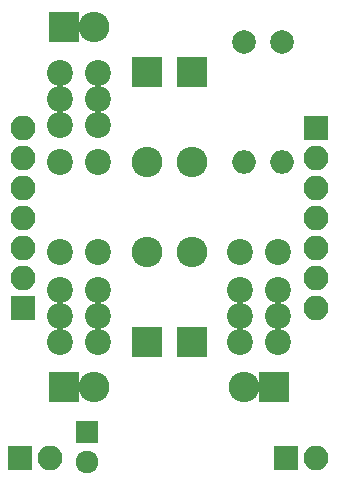
<source format=gbr>
G04 #@! TF.FileFunction,Soldermask,Bot*
%FSLAX46Y46*%
G04 Gerber Fmt 4.6, Leading zero omitted, Abs format (unit mm)*
G04 Created by KiCad (PCBNEW 4.0.4+e1-6308~48~ubuntu16.04.1-stable) date Mon Jan 22 19:58:00 2018*
%MOMM*%
%LPD*%
G01*
G04 APERTURE LIST*
%ADD10C,0.100000*%
%ADD11C,2.000000*%
%ADD12O,2.000000X2.000000*%
%ADD13R,2.600000X2.600000*%
%ADD14O,2.600000X2.600000*%
%ADD15R,2.100000X2.100000*%
%ADD16O,2.100000X2.100000*%
%ADD17R,1.924000X1.924000*%
%ADD18C,1.924000*%
%ADD19C,2.200000*%
G04 APERTURE END LIST*
D10*
D11*
X122300000Y-104925000D03*
D12*
X122300000Y-115085000D03*
D11*
X125475000Y-104925000D03*
D12*
X125475000Y-115085000D03*
D13*
X107060000Y-103655000D03*
D14*
X109600000Y-103655000D03*
D13*
X124840000Y-134135000D03*
D14*
X122300000Y-134135000D03*
D13*
X107060000Y-134135000D03*
D14*
X109600000Y-134135000D03*
D15*
X103620000Y-127480000D03*
D16*
X103620000Y-124940000D03*
X103620000Y-122400000D03*
X103620000Y-119860000D03*
X103620000Y-117320000D03*
X103620000Y-114780000D03*
X103620000Y-112240000D03*
D15*
X128410000Y-112240000D03*
D16*
X128410000Y-114780000D03*
X128410000Y-117320000D03*
X128410000Y-119860000D03*
X128410000Y-122400000D03*
X128410000Y-124940000D03*
X128410000Y-127480000D03*
D15*
X103360000Y-140130000D03*
D16*
X105900000Y-140130000D03*
D15*
X125840000Y-140130000D03*
D16*
X128380000Y-140130000D03*
D17*
X108965000Y-137945000D03*
D18*
X108965000Y-140485000D03*
D13*
X117855000Y-107465000D03*
D14*
X117855000Y-115085000D03*
D13*
X114045000Y-107465000D03*
D14*
X114045000Y-115085000D03*
D13*
X114045000Y-130325000D03*
D14*
X114045000Y-122705000D03*
D13*
X117855000Y-130325000D03*
D14*
X117855000Y-122705000D03*
D19*
X109930000Y-115110000D03*
X109930000Y-111910000D03*
X109930000Y-109710000D03*
X109930000Y-107510000D03*
X106730000Y-107510000D03*
X106730000Y-109710000D03*
X106730000Y-111910000D03*
X106730000Y-115110000D03*
X106730000Y-122680000D03*
X106730000Y-125880000D03*
X106730000Y-128080000D03*
X106730000Y-130280000D03*
X109930000Y-130280000D03*
X109930000Y-128080000D03*
X109930000Y-125880000D03*
X109930000Y-122680000D03*
X121970000Y-122680000D03*
X121970000Y-125880000D03*
X121970000Y-128080000D03*
X121970000Y-130280000D03*
X125170000Y-130280000D03*
X125170000Y-128080000D03*
X125170000Y-125880000D03*
X125170000Y-122680000D03*
M02*

</source>
